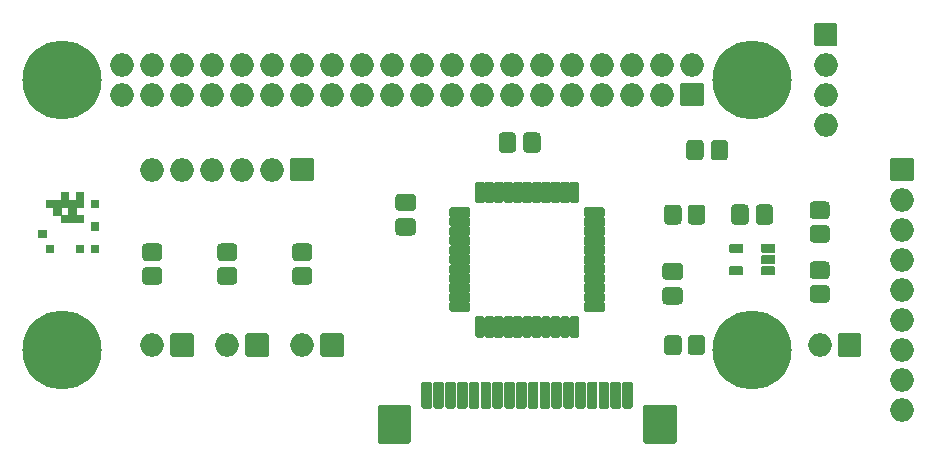
<source format=gbr>
%TF.GenerationSoftware,KiCad,Pcbnew,(5.1.9)-1*%
%TF.CreationDate,2021-05-22T07:15:07+01:00*%
%TF.ProjectId,RGBtoHDMI Amiga Denise CPLD FFC,52474274-6f48-4444-9d49-20416d696761,rev?*%
%TF.SameCoordinates,Original*%
%TF.FileFunction,Soldermask,Top*%
%TF.FilePolarity,Negative*%
%FSLAX46Y46*%
G04 Gerber Fmt 4.6, Leading zero omitted, Abs format (unit mm)*
G04 Created by KiCad (PCBNEW (5.1.9)-1) date 2021-05-22 07:15:07*
%MOMM*%
%LPD*%
G01*
G04 APERTURE LIST*
%ADD10C,0.100000*%
%ADD11C,1.100000*%
%ADD12C,6.700000*%
%ADD13O,2.000000X2.000000*%
G04 APERTURE END LIST*
D10*
%TO.C,solarmon*%
G36*
X110363000Y-86360000D02*
G01*
X109728000Y-86360000D01*
X109728000Y-85725000D01*
X110363000Y-85725000D01*
X110363000Y-86360000D01*
G37*
X110363000Y-86360000D02*
X109728000Y-86360000D01*
X109728000Y-85725000D01*
X110363000Y-85725000D01*
X110363000Y-86360000D01*
G36*
X110363000Y-86995000D02*
G01*
X109728000Y-86995000D01*
X109728000Y-86360000D01*
X110363000Y-86360000D01*
X110363000Y-86995000D01*
G37*
X110363000Y-86995000D02*
X109728000Y-86995000D01*
X109728000Y-86360000D01*
X110363000Y-86360000D01*
X110363000Y-86995000D01*
G36*
X110998000Y-86995000D02*
G01*
X110363000Y-86995000D01*
X110363000Y-86360000D01*
X110998000Y-86360000D01*
X110998000Y-86995000D01*
G37*
X110998000Y-86995000D02*
X110363000Y-86995000D01*
X110363000Y-86360000D01*
X110998000Y-86360000D01*
X110998000Y-86995000D01*
G36*
X109728000Y-86995000D02*
G01*
X109093000Y-86995000D01*
X109093000Y-86360000D01*
X109728000Y-86360000D01*
X109728000Y-86995000D01*
G37*
X109728000Y-86995000D02*
X109093000Y-86995000D01*
X109093000Y-86360000D01*
X109728000Y-86360000D01*
X109728000Y-86995000D01*
G36*
X109093000Y-86360000D02*
G01*
X108458000Y-86360000D01*
X108458000Y-85725000D01*
X109093000Y-85725000D01*
X109093000Y-86360000D01*
G37*
X109093000Y-86360000D02*
X108458000Y-86360000D01*
X108458000Y-85725000D01*
X109093000Y-85725000D01*
X109093000Y-86360000D01*
G36*
X112268000Y-85725000D02*
G01*
X111633000Y-85725000D01*
X111633000Y-85090000D01*
X112268000Y-85090000D01*
X112268000Y-85725000D01*
G37*
X112268000Y-85725000D02*
X111633000Y-85725000D01*
X111633000Y-85090000D01*
X112268000Y-85090000D01*
X112268000Y-85725000D01*
G36*
X112268000Y-89535000D02*
G01*
X111633000Y-89535000D01*
X111633000Y-88900000D01*
X112268000Y-88900000D01*
X112268000Y-89535000D01*
G37*
X112268000Y-89535000D02*
X111633000Y-89535000D01*
X111633000Y-88900000D01*
X112268000Y-88900000D01*
X112268000Y-89535000D01*
G36*
X110998000Y-85090000D02*
G01*
X110363000Y-85090000D01*
X110363000Y-84455000D01*
X110998000Y-84455000D01*
X110998000Y-85090000D01*
G37*
X110998000Y-85090000D02*
X110363000Y-85090000D01*
X110363000Y-84455000D01*
X110998000Y-84455000D01*
X110998000Y-85090000D01*
G36*
X110998000Y-85725000D02*
G01*
X110363000Y-85725000D01*
X110363000Y-85090000D01*
X110998000Y-85090000D01*
X110998000Y-85725000D01*
G37*
X110998000Y-85725000D02*
X110363000Y-85725000D01*
X110363000Y-85090000D01*
X110998000Y-85090000D01*
X110998000Y-85725000D01*
G36*
X110363000Y-85725000D02*
G01*
X109728000Y-85725000D01*
X109728000Y-85090000D01*
X110363000Y-85090000D01*
X110363000Y-85725000D01*
G37*
X110363000Y-85725000D02*
X109728000Y-85725000D01*
X109728000Y-85090000D01*
X110363000Y-85090000D01*
X110363000Y-85725000D01*
G36*
X109728000Y-85725000D02*
G01*
X109093000Y-85725000D01*
X109093000Y-85090000D01*
X109728000Y-85090000D01*
X109728000Y-85725000D01*
G37*
X109728000Y-85725000D02*
X109093000Y-85725000D01*
X109093000Y-85090000D01*
X109728000Y-85090000D01*
X109728000Y-85725000D01*
G36*
X109728000Y-85090000D02*
G01*
X109093000Y-85090000D01*
X109093000Y-84455000D01*
X109728000Y-84455000D01*
X109728000Y-85090000D01*
G37*
X109728000Y-85090000D02*
X109093000Y-85090000D01*
X109093000Y-84455000D01*
X109728000Y-84455000D01*
X109728000Y-85090000D01*
G36*
X109093000Y-85725000D02*
G01*
X108458000Y-85725000D01*
X108458000Y-85090000D01*
X109093000Y-85090000D01*
X109093000Y-85725000D01*
G37*
X109093000Y-85725000D02*
X108458000Y-85725000D01*
X108458000Y-85090000D01*
X109093000Y-85090000D01*
X109093000Y-85725000D01*
G36*
X108458000Y-85725000D02*
G01*
X107823000Y-85725000D01*
X107823000Y-85090000D01*
X108458000Y-85090000D01*
X108458000Y-85725000D01*
G37*
X108458000Y-85725000D02*
X107823000Y-85725000D01*
X107823000Y-85090000D01*
X108458000Y-85090000D01*
X108458000Y-85725000D01*
G36*
X107823000Y-88265000D02*
G01*
X107188000Y-88265000D01*
X107188000Y-87630000D01*
X107823000Y-87630000D01*
X107823000Y-88265000D01*
G37*
X107823000Y-88265000D02*
X107188000Y-88265000D01*
X107188000Y-87630000D01*
X107823000Y-87630000D01*
X107823000Y-88265000D01*
G36*
X108458000Y-89535000D02*
G01*
X107823000Y-89535000D01*
X107823000Y-88900000D01*
X108458000Y-88900000D01*
X108458000Y-89535000D01*
G37*
X108458000Y-89535000D02*
X107823000Y-89535000D01*
X107823000Y-88900000D01*
X108458000Y-88900000D01*
X108458000Y-89535000D01*
G36*
X110998000Y-89535000D02*
G01*
X110363000Y-89535000D01*
X110363000Y-88900000D01*
X110998000Y-88900000D01*
X110998000Y-89535000D01*
G37*
X110998000Y-89535000D02*
X110363000Y-89535000D01*
X110363000Y-88900000D01*
X110998000Y-88900000D01*
X110998000Y-89535000D01*
G36*
X112268000Y-87630000D02*
G01*
X111633000Y-87630000D01*
X111633000Y-86995000D01*
X112268000Y-86995000D01*
X112268000Y-87630000D01*
G37*
X112268000Y-87630000D02*
X111633000Y-87630000D01*
X111633000Y-86995000D01*
X112268000Y-86995000D01*
X112268000Y-87630000D01*
%TD*%
%TO.C,FFC18*%
G36*
G01*
X135940000Y-105595000D02*
X135940000Y-102595000D01*
G75*
G02*
X136090000Y-102445000I150000J0D01*
G01*
X138590000Y-102445000D01*
G75*
G02*
X138740000Y-102595000I0J-150000D01*
G01*
X138740000Y-105595000D01*
G75*
G02*
X138590000Y-105745000I-150000J0D01*
G01*
X136090000Y-105745000D01*
G75*
G02*
X135940000Y-105595000I0J150000D01*
G01*
G37*
G36*
G01*
X158440000Y-105595000D02*
X158440000Y-102595000D01*
G75*
G02*
X158590000Y-102445000I150000J0D01*
G01*
X161090000Y-102445000D01*
G75*
G02*
X161240000Y-102595000I0J-150000D01*
G01*
X161240000Y-105595000D01*
G75*
G02*
X161090000Y-105745000I-150000J0D01*
G01*
X158590000Y-105745000D01*
G75*
G02*
X158440000Y-105595000I0J150000D01*
G01*
G37*
G36*
G01*
X156640000Y-102645000D02*
X156640000Y-100645000D01*
G75*
G02*
X156790000Y-100495000I150000J0D01*
G01*
X157390000Y-100495000D01*
G75*
G02*
X157540000Y-100645000I0J-150000D01*
G01*
X157540000Y-102645000D01*
G75*
G02*
X157390000Y-102795000I-150000J0D01*
G01*
X156790000Y-102795000D01*
G75*
G02*
X156640000Y-102645000I0J150000D01*
G01*
G37*
G36*
G01*
X155640000Y-102645000D02*
X155640000Y-100645000D01*
G75*
G02*
X155790000Y-100495000I150000J0D01*
G01*
X156390000Y-100495000D01*
G75*
G02*
X156540000Y-100645000I0J-150000D01*
G01*
X156540000Y-102645000D01*
G75*
G02*
X156390000Y-102795000I-150000J0D01*
G01*
X155790000Y-102795000D01*
G75*
G02*
X155640000Y-102645000I0J150000D01*
G01*
G37*
G36*
G01*
X154640000Y-102645000D02*
X154640000Y-100645000D01*
G75*
G02*
X154790000Y-100495000I150000J0D01*
G01*
X155390000Y-100495000D01*
G75*
G02*
X155540000Y-100645000I0J-150000D01*
G01*
X155540000Y-102645000D01*
G75*
G02*
X155390000Y-102795000I-150000J0D01*
G01*
X154790000Y-102795000D01*
G75*
G02*
X154640000Y-102645000I0J150000D01*
G01*
G37*
G36*
G01*
X153640000Y-102645000D02*
X153640000Y-100645000D01*
G75*
G02*
X153790000Y-100495000I150000J0D01*
G01*
X154390000Y-100495000D01*
G75*
G02*
X154540000Y-100645000I0J-150000D01*
G01*
X154540000Y-102645000D01*
G75*
G02*
X154390000Y-102795000I-150000J0D01*
G01*
X153790000Y-102795000D01*
G75*
G02*
X153640000Y-102645000I0J150000D01*
G01*
G37*
G36*
G01*
X152640000Y-102645000D02*
X152640000Y-100645000D01*
G75*
G02*
X152790000Y-100495000I150000J0D01*
G01*
X153390000Y-100495000D01*
G75*
G02*
X153540000Y-100645000I0J-150000D01*
G01*
X153540000Y-102645000D01*
G75*
G02*
X153390000Y-102795000I-150000J0D01*
G01*
X152790000Y-102795000D01*
G75*
G02*
X152640000Y-102645000I0J150000D01*
G01*
G37*
G36*
G01*
X151640000Y-102645000D02*
X151640000Y-100645000D01*
G75*
G02*
X151790000Y-100495000I150000J0D01*
G01*
X152390000Y-100495000D01*
G75*
G02*
X152540000Y-100645000I0J-150000D01*
G01*
X152540000Y-102645000D01*
G75*
G02*
X152390000Y-102795000I-150000J0D01*
G01*
X151790000Y-102795000D01*
G75*
G02*
X151640000Y-102645000I0J150000D01*
G01*
G37*
G36*
G01*
X150640000Y-102645000D02*
X150640000Y-100645000D01*
G75*
G02*
X150790000Y-100495000I150000J0D01*
G01*
X151390000Y-100495000D01*
G75*
G02*
X151540000Y-100645000I0J-150000D01*
G01*
X151540000Y-102645000D01*
G75*
G02*
X151390000Y-102795000I-150000J0D01*
G01*
X150790000Y-102795000D01*
G75*
G02*
X150640000Y-102645000I0J150000D01*
G01*
G37*
G36*
G01*
X149640000Y-102645000D02*
X149640000Y-100645000D01*
G75*
G02*
X149790000Y-100495000I150000J0D01*
G01*
X150390000Y-100495000D01*
G75*
G02*
X150540000Y-100645000I0J-150000D01*
G01*
X150540000Y-102645000D01*
G75*
G02*
X150390000Y-102795000I-150000J0D01*
G01*
X149790000Y-102795000D01*
G75*
G02*
X149640000Y-102645000I0J150000D01*
G01*
G37*
G36*
G01*
X148640000Y-102645000D02*
X148640000Y-100645000D01*
G75*
G02*
X148790000Y-100495000I150000J0D01*
G01*
X149390000Y-100495000D01*
G75*
G02*
X149540000Y-100645000I0J-150000D01*
G01*
X149540000Y-102645000D01*
G75*
G02*
X149390000Y-102795000I-150000J0D01*
G01*
X148790000Y-102795000D01*
G75*
G02*
X148640000Y-102645000I0J150000D01*
G01*
G37*
G36*
G01*
X147640000Y-102645000D02*
X147640000Y-100645000D01*
G75*
G02*
X147790000Y-100495000I150000J0D01*
G01*
X148390000Y-100495000D01*
G75*
G02*
X148540000Y-100645000I0J-150000D01*
G01*
X148540000Y-102645000D01*
G75*
G02*
X148390000Y-102795000I-150000J0D01*
G01*
X147790000Y-102795000D01*
G75*
G02*
X147640000Y-102645000I0J150000D01*
G01*
G37*
G36*
G01*
X146640000Y-102645000D02*
X146640000Y-100645000D01*
G75*
G02*
X146790000Y-100495000I150000J0D01*
G01*
X147390000Y-100495000D01*
G75*
G02*
X147540000Y-100645000I0J-150000D01*
G01*
X147540000Y-102645000D01*
G75*
G02*
X147390000Y-102795000I-150000J0D01*
G01*
X146790000Y-102795000D01*
G75*
G02*
X146640000Y-102645000I0J150000D01*
G01*
G37*
G36*
G01*
X145640000Y-102645000D02*
X145640000Y-100645000D01*
G75*
G02*
X145790000Y-100495000I150000J0D01*
G01*
X146390000Y-100495000D01*
G75*
G02*
X146540000Y-100645000I0J-150000D01*
G01*
X146540000Y-102645000D01*
G75*
G02*
X146390000Y-102795000I-150000J0D01*
G01*
X145790000Y-102795000D01*
G75*
G02*
X145640000Y-102645000I0J150000D01*
G01*
G37*
G36*
G01*
X144640000Y-102645000D02*
X144640000Y-100645000D01*
G75*
G02*
X144790000Y-100495000I150000J0D01*
G01*
X145390000Y-100495000D01*
G75*
G02*
X145540000Y-100645000I0J-150000D01*
G01*
X145540000Y-102645000D01*
G75*
G02*
X145390000Y-102795000I-150000J0D01*
G01*
X144790000Y-102795000D01*
G75*
G02*
X144640000Y-102645000I0J150000D01*
G01*
G37*
G36*
G01*
X143640000Y-102645000D02*
X143640000Y-100645000D01*
G75*
G02*
X143790000Y-100495000I150000J0D01*
G01*
X144390000Y-100495000D01*
G75*
G02*
X144540000Y-100645000I0J-150000D01*
G01*
X144540000Y-102645000D01*
G75*
G02*
X144390000Y-102795000I-150000J0D01*
G01*
X143790000Y-102795000D01*
G75*
G02*
X143640000Y-102645000I0J150000D01*
G01*
G37*
G36*
G01*
X142640000Y-102645000D02*
X142640000Y-100645000D01*
G75*
G02*
X142790000Y-100495000I150000J0D01*
G01*
X143390000Y-100495000D01*
G75*
G02*
X143540000Y-100645000I0J-150000D01*
G01*
X143540000Y-102645000D01*
G75*
G02*
X143390000Y-102795000I-150000J0D01*
G01*
X142790000Y-102795000D01*
G75*
G02*
X142640000Y-102645000I0J150000D01*
G01*
G37*
G36*
G01*
X141640000Y-102645000D02*
X141640000Y-100645000D01*
G75*
G02*
X141790000Y-100495000I150000J0D01*
G01*
X142390000Y-100495000D01*
G75*
G02*
X142540000Y-100645000I0J-150000D01*
G01*
X142540000Y-102645000D01*
G75*
G02*
X142390000Y-102795000I-150000J0D01*
G01*
X141790000Y-102795000D01*
G75*
G02*
X141640000Y-102645000I0J150000D01*
G01*
G37*
G36*
G01*
X140640000Y-102645000D02*
X140640000Y-100645000D01*
G75*
G02*
X140790000Y-100495000I150000J0D01*
G01*
X141390000Y-100495000D01*
G75*
G02*
X141540000Y-100645000I0J-150000D01*
G01*
X141540000Y-102645000D01*
G75*
G02*
X141390000Y-102795000I-150000J0D01*
G01*
X140790000Y-102795000D01*
G75*
G02*
X140640000Y-102645000I0J150000D01*
G01*
G37*
G36*
G01*
X139640000Y-102645000D02*
X139640000Y-100645000D01*
G75*
G02*
X139790000Y-100495000I150000J0D01*
G01*
X140390000Y-100495000D01*
G75*
G02*
X140540000Y-100645000I0J-150000D01*
G01*
X140540000Y-102645000D01*
G75*
G02*
X140390000Y-102795000I-150000J0D01*
G01*
X139790000Y-102795000D01*
G75*
G02*
X139640000Y-102645000I0J150000D01*
G01*
G37*
%TD*%
D11*
%TO.C,H4*%
X169337056Y-96092944D03*
X167640000Y-95390000D03*
X165942944Y-96092944D03*
X165240000Y-97790000D03*
X165942944Y-99487056D03*
X167640000Y-100190000D03*
X169337056Y-99487056D03*
X170040000Y-97790000D03*
D12*
X167640000Y-97790000D03*
%TD*%
D11*
%TO.C,H3*%
X110917056Y-96092944D03*
X109220000Y-95390000D03*
X107522944Y-96092944D03*
X106820000Y-97790000D03*
X107522944Y-99487056D03*
X109220000Y-100190000D03*
X110917056Y-99487056D03*
X111620000Y-97790000D03*
D12*
X109220000Y-97790000D03*
%TD*%
D11*
%TO.C,H2*%
X169337056Y-73232944D03*
X167640000Y-72530000D03*
X165942944Y-73232944D03*
X165240000Y-74930000D03*
X165942944Y-76627056D03*
X167640000Y-77330000D03*
X169337056Y-76627056D03*
X170040000Y-74930000D03*
D12*
X167640000Y-74930000D03*
%TD*%
D11*
%TO.C,H1*%
X110917056Y-73232944D03*
X109220000Y-72530000D03*
X107522944Y-73232944D03*
X106820000Y-74930000D03*
X107522944Y-76627056D03*
X109220000Y-77330000D03*
X110917056Y-76627056D03*
X111620000Y-74930000D03*
D12*
X109220000Y-74930000D03*
%TD*%
D13*
%TO.C,JP1*%
X173355000Y-97409000D03*
G36*
G01*
X175045000Y-96409000D02*
X176745000Y-96409000D01*
G75*
G02*
X176895000Y-96559000I0J-150000D01*
G01*
X176895000Y-98259000D01*
G75*
G02*
X176745000Y-98409000I-150000J0D01*
G01*
X175045000Y-98409000D01*
G75*
G02*
X174895000Y-98259000I0J150000D01*
G01*
X174895000Y-96559000D01*
G75*
G02*
X175045000Y-96409000I150000J0D01*
G01*
G37*
%TD*%
%TO.C,FFOSD1*%
G36*
G01*
X179340000Y-83400000D02*
X179340000Y-81700000D01*
G75*
G02*
X179490000Y-81550000I150000J0D01*
G01*
X181190000Y-81550000D01*
G75*
G02*
X181340000Y-81700000I0J-150000D01*
G01*
X181340000Y-83400000D01*
G75*
G02*
X181190000Y-83550000I-150000J0D01*
G01*
X179490000Y-83550000D01*
G75*
G02*
X179340000Y-83400000I0J150000D01*
G01*
G37*
X180340000Y-85090000D03*
X180340000Y-87630000D03*
X180340000Y-90170000D03*
X180340000Y-92710000D03*
X180340000Y-95250000D03*
X180340000Y-97790000D03*
X180340000Y-100330000D03*
X180340000Y-102870000D03*
%TD*%
%TO.C,P1*%
X173863000Y-78740000D03*
X173863000Y-76200000D03*
X173863000Y-73660000D03*
G36*
G01*
X172863000Y-71970000D02*
X172863000Y-70270000D01*
G75*
G02*
X173013000Y-70120000I150000J0D01*
G01*
X174713000Y-70120000D01*
G75*
G02*
X174863000Y-70270000I0J-150000D01*
G01*
X174863000Y-71970000D01*
G75*
G02*
X174713000Y-72120000I-150000J0D01*
G01*
X173013000Y-72120000D01*
G75*
G02*
X172863000Y-71970000I0J150000D01*
G01*
G37*
%TD*%
%TO.C,R7*%
G36*
G01*
X116302498Y-90801000D02*
X117377502Y-90801000D01*
G75*
G02*
X117690000Y-91113498I0J-312498D01*
G01*
X117690000Y-91988502D01*
G75*
G02*
X117377502Y-92301000I-312498J0D01*
G01*
X116302498Y-92301000D01*
G75*
G02*
X115990000Y-91988502I0J312498D01*
G01*
X115990000Y-91113498D01*
G75*
G02*
X116302498Y-90801000I312498J0D01*
G01*
G37*
G36*
G01*
X116302498Y-88801000D02*
X117377502Y-88801000D01*
G75*
G02*
X117690000Y-89113498I0J-312498D01*
G01*
X117690000Y-89988502D01*
G75*
G02*
X117377502Y-90301000I-312498J0D01*
G01*
X116302498Y-90301000D01*
G75*
G02*
X115990000Y-89988502I0J312498D01*
G01*
X115990000Y-89113498D01*
G75*
G02*
X116302498Y-88801000I312498J0D01*
G01*
G37*
%TD*%
%TO.C,R6*%
G36*
G01*
X122652498Y-90801000D02*
X123727502Y-90801000D01*
G75*
G02*
X124040000Y-91113498I0J-312498D01*
G01*
X124040000Y-91988502D01*
G75*
G02*
X123727502Y-92301000I-312498J0D01*
G01*
X122652498Y-92301000D01*
G75*
G02*
X122340000Y-91988502I0J312498D01*
G01*
X122340000Y-91113498D01*
G75*
G02*
X122652498Y-90801000I312498J0D01*
G01*
G37*
G36*
G01*
X122652498Y-88801000D02*
X123727502Y-88801000D01*
G75*
G02*
X124040000Y-89113498I0J-312498D01*
G01*
X124040000Y-89988502D01*
G75*
G02*
X123727502Y-90301000I-312498J0D01*
G01*
X122652498Y-90301000D01*
G75*
G02*
X122340000Y-89988502I0J312498D01*
G01*
X122340000Y-89113498D01*
G75*
G02*
X122652498Y-88801000I312498J0D01*
G01*
G37*
%TD*%
%TO.C,BT3*%
X116840000Y-97409000D03*
G36*
G01*
X118530000Y-96409000D02*
X120230000Y-96409000D01*
G75*
G02*
X120380000Y-96559000I0J-150000D01*
G01*
X120380000Y-98259000D01*
G75*
G02*
X120230000Y-98409000I-150000J0D01*
G01*
X118530000Y-98409000D01*
G75*
G02*
X118380000Y-98259000I0J150000D01*
G01*
X118380000Y-96559000D01*
G75*
G02*
X118530000Y-96409000I150000J0D01*
G01*
G37*
%TD*%
%TO.C,BT2*%
X123190000Y-97409000D03*
G36*
G01*
X124880000Y-96409000D02*
X126580000Y-96409000D01*
G75*
G02*
X126730000Y-96559000I0J-150000D01*
G01*
X126730000Y-98259000D01*
G75*
G02*
X126580000Y-98409000I-150000J0D01*
G01*
X124880000Y-98409000D01*
G75*
G02*
X124730000Y-98259000I0J150000D01*
G01*
X124730000Y-96559000D01*
G75*
G02*
X124880000Y-96409000I150000J0D01*
G01*
G37*
%TD*%
%TO.C,C5*%
G36*
G01*
X167940000Y-86921171D02*
X167940000Y-85798829D01*
G75*
G02*
X168253829Y-85485000I313829J0D01*
G01*
X169101171Y-85485000D01*
G75*
G02*
X169415000Y-85798829I0J-313829D01*
G01*
X169415000Y-86921171D01*
G75*
G02*
X169101171Y-87235000I-313829J0D01*
G01*
X168253829Y-87235000D01*
G75*
G02*
X167940000Y-86921171I0J313829D01*
G01*
G37*
G36*
G01*
X165865000Y-86921171D02*
X165865000Y-85798829D01*
G75*
G02*
X166178829Y-85485000I313829J0D01*
G01*
X167026171Y-85485000D01*
G75*
G02*
X167340000Y-85798829I0J-313829D01*
G01*
X167340000Y-86921171D01*
G75*
G02*
X167026171Y-87235000I-313829J0D01*
G01*
X166178829Y-87235000D01*
G75*
G02*
X165865000Y-86921171I0J313829D01*
G01*
G37*
%TD*%
%TO.C,U2*%
G36*
G01*
X169515000Y-91490000D02*
X168465000Y-91490000D01*
G75*
G02*
X168395000Y-91420000I0J70000D01*
G01*
X168395000Y-90820000D01*
G75*
G02*
X168465000Y-90750000I70000J0D01*
G01*
X169515000Y-90750000D01*
G75*
G02*
X169585000Y-90820000I0J-70000D01*
G01*
X169585000Y-91420000D01*
G75*
G02*
X169515000Y-91490000I-70000J0D01*
G01*
G37*
G36*
G01*
X169515000Y-90540000D02*
X168465000Y-90540000D01*
G75*
G02*
X168395000Y-90470000I0J70000D01*
G01*
X168395000Y-89870000D01*
G75*
G02*
X168465000Y-89800000I70000J0D01*
G01*
X169515000Y-89800000D01*
G75*
G02*
X169585000Y-89870000I0J-70000D01*
G01*
X169585000Y-90470000D01*
G75*
G02*
X169515000Y-90540000I-70000J0D01*
G01*
G37*
G36*
G01*
X169515000Y-89590000D02*
X168465000Y-89590000D01*
G75*
G02*
X168395000Y-89520000I0J70000D01*
G01*
X168395000Y-88920000D01*
G75*
G02*
X168465000Y-88850000I70000J0D01*
G01*
X169515000Y-88850000D01*
G75*
G02*
X169585000Y-88920000I0J-70000D01*
G01*
X169585000Y-89520000D01*
G75*
G02*
X169515000Y-89590000I-70000J0D01*
G01*
G37*
G36*
G01*
X166815000Y-89590000D02*
X165765000Y-89590000D01*
G75*
G02*
X165695000Y-89520000I0J70000D01*
G01*
X165695000Y-88920000D01*
G75*
G02*
X165765000Y-88850000I70000J0D01*
G01*
X166815000Y-88850000D01*
G75*
G02*
X166885000Y-88920000I0J-70000D01*
G01*
X166885000Y-89520000D01*
G75*
G02*
X166815000Y-89590000I-70000J0D01*
G01*
G37*
G36*
G01*
X166815000Y-91490000D02*
X165765000Y-91490000D01*
G75*
G02*
X165695000Y-91420000I0J70000D01*
G01*
X165695000Y-90820000D01*
G75*
G02*
X165765000Y-90750000I70000J0D01*
G01*
X166815000Y-90750000D01*
G75*
G02*
X166885000Y-90820000I0J-70000D01*
G01*
X166885000Y-91420000D01*
G75*
G02*
X166815000Y-91490000I-70000J0D01*
G01*
G37*
%TD*%
%TO.C,R5*%
G36*
G01*
X172817498Y-92325000D02*
X173892502Y-92325000D01*
G75*
G02*
X174205000Y-92637498I0J-312498D01*
G01*
X174205000Y-93512502D01*
G75*
G02*
X173892502Y-93825000I-312498J0D01*
G01*
X172817498Y-93825000D01*
G75*
G02*
X172505000Y-93512502I0J312498D01*
G01*
X172505000Y-92637498D01*
G75*
G02*
X172817498Y-92325000I312498J0D01*
G01*
G37*
G36*
G01*
X172817498Y-90325000D02*
X173892502Y-90325000D01*
G75*
G02*
X174205000Y-90637498I0J-312498D01*
G01*
X174205000Y-91512502D01*
G75*
G02*
X173892502Y-91825000I-312498J0D01*
G01*
X172817498Y-91825000D01*
G75*
G02*
X172505000Y-91512502I0J312498D01*
G01*
X172505000Y-90637498D01*
G75*
G02*
X172817498Y-90325000I312498J0D01*
G01*
G37*
%TD*%
%TO.C,R4*%
G36*
G01*
X172817498Y-87245000D02*
X173892502Y-87245000D01*
G75*
G02*
X174205000Y-87557498I0J-312498D01*
G01*
X174205000Y-88432502D01*
G75*
G02*
X173892502Y-88745000I-312498J0D01*
G01*
X172817498Y-88745000D01*
G75*
G02*
X172505000Y-88432502I0J312498D01*
G01*
X172505000Y-87557498D01*
G75*
G02*
X172817498Y-87245000I312498J0D01*
G01*
G37*
G36*
G01*
X172817498Y-85245000D02*
X173892502Y-85245000D01*
G75*
G02*
X174205000Y-85557498I0J-312498D01*
G01*
X174205000Y-86432502D01*
G75*
G02*
X173892502Y-86745000I-312498J0D01*
G01*
X172817498Y-86745000D01*
G75*
G02*
X172505000Y-86432502I0J312498D01*
G01*
X172505000Y-85557498D01*
G75*
G02*
X172817498Y-85245000I312498J0D01*
G01*
G37*
%TD*%
%TO.C,JTAG1*%
X116840000Y-82550000D03*
X119380000Y-82550000D03*
X121920000Y-82550000D03*
X124460000Y-82550000D03*
X127000000Y-82550000D03*
G36*
G01*
X128690000Y-81550000D02*
X130390000Y-81550000D01*
G75*
G02*
X130540000Y-81700000I0J-150000D01*
G01*
X130540000Y-83400000D01*
G75*
G02*
X130390000Y-83550000I-150000J0D01*
G01*
X128690000Y-83550000D01*
G75*
G02*
X128540000Y-83400000I0J150000D01*
G01*
X128540000Y-81700000D01*
G75*
G02*
X128690000Y-81550000I150000J0D01*
G01*
G37*
%TD*%
%TO.C,C1*%
G36*
G01*
X164130000Y-81460171D02*
X164130000Y-80337829D01*
G75*
G02*
X164443829Y-80024000I313829J0D01*
G01*
X165291171Y-80024000D01*
G75*
G02*
X165605000Y-80337829I0J-313829D01*
G01*
X165605000Y-81460171D01*
G75*
G02*
X165291171Y-81774000I-313829J0D01*
G01*
X164443829Y-81774000D01*
G75*
G02*
X164130000Y-81460171I0J313829D01*
G01*
G37*
G36*
G01*
X162055000Y-81460171D02*
X162055000Y-80337829D01*
G75*
G02*
X162368829Y-80024000I313829J0D01*
G01*
X163216171Y-80024000D01*
G75*
G02*
X163530000Y-80337829I0J-313829D01*
G01*
X163530000Y-81460171D01*
G75*
G02*
X163216171Y-81774000I-313829J0D01*
G01*
X162368829Y-81774000D01*
G75*
G02*
X162055000Y-81460171I0J313829D01*
G01*
G37*
%TD*%
%TO.C,R3*%
G36*
G01*
X162175000Y-86897502D02*
X162175000Y-85822498D01*
G75*
G02*
X162487498Y-85510000I312498J0D01*
G01*
X163362502Y-85510000D01*
G75*
G02*
X163675000Y-85822498I0J-312498D01*
G01*
X163675000Y-86897502D01*
G75*
G02*
X163362502Y-87210000I-312498J0D01*
G01*
X162487498Y-87210000D01*
G75*
G02*
X162175000Y-86897502I0J312498D01*
G01*
G37*
G36*
G01*
X160175000Y-86897502D02*
X160175000Y-85822498D01*
G75*
G02*
X160487498Y-85510000I312498J0D01*
G01*
X161362502Y-85510000D01*
G75*
G02*
X161675000Y-85822498I0J-312498D01*
G01*
X161675000Y-86897502D01*
G75*
G02*
X161362502Y-87210000I-312498J0D01*
G01*
X160487498Y-87210000D01*
G75*
G02*
X160175000Y-86897502I0J312498D01*
G01*
G37*
%TD*%
%TO.C,R2*%
G36*
G01*
X162175000Y-97946502D02*
X162175000Y-96871498D01*
G75*
G02*
X162487498Y-96559000I312498J0D01*
G01*
X163362502Y-96559000D01*
G75*
G02*
X163675000Y-96871498I0J-312498D01*
G01*
X163675000Y-97946502D01*
G75*
G02*
X163362502Y-98259000I-312498J0D01*
G01*
X162487498Y-98259000D01*
G75*
G02*
X162175000Y-97946502I0J312498D01*
G01*
G37*
G36*
G01*
X160175000Y-97946502D02*
X160175000Y-96871498D01*
G75*
G02*
X160487498Y-96559000I312498J0D01*
G01*
X161362502Y-96559000D01*
G75*
G02*
X161675000Y-96871498I0J-312498D01*
G01*
X161675000Y-97946502D01*
G75*
G02*
X161362502Y-98259000I-312498J0D01*
G01*
X160487498Y-98259000D01*
G75*
G02*
X160175000Y-97946502I0J312498D01*
G01*
G37*
%TD*%
%TO.C,R1*%
G36*
G01*
X129002498Y-90801000D02*
X130077502Y-90801000D01*
G75*
G02*
X130390000Y-91113498I0J-312498D01*
G01*
X130390000Y-91988502D01*
G75*
G02*
X130077502Y-92301000I-312498J0D01*
G01*
X129002498Y-92301000D01*
G75*
G02*
X128690000Y-91988502I0J312498D01*
G01*
X128690000Y-91113498D01*
G75*
G02*
X129002498Y-90801000I312498J0D01*
G01*
G37*
G36*
G01*
X129002498Y-88801000D02*
X130077502Y-88801000D01*
G75*
G02*
X130390000Y-89113498I0J-312498D01*
G01*
X130390000Y-89988502D01*
G75*
G02*
X130077502Y-90301000I-312498J0D01*
G01*
X129002498Y-90301000D01*
G75*
G02*
X128690000Y-89988502I0J312498D01*
G01*
X128690000Y-89113498D01*
G75*
G02*
X129002498Y-88801000I312498J0D01*
G01*
G37*
%TD*%
%TO.C,C4*%
G36*
G01*
X138864171Y-86060000D02*
X137741829Y-86060000D01*
G75*
G02*
X137428000Y-85746171I0J313829D01*
G01*
X137428000Y-84898829D01*
G75*
G02*
X137741829Y-84585000I313829J0D01*
G01*
X138864171Y-84585000D01*
G75*
G02*
X139178000Y-84898829I0J-313829D01*
G01*
X139178000Y-85746171D01*
G75*
G02*
X138864171Y-86060000I-313829J0D01*
G01*
G37*
G36*
G01*
X138864171Y-88135000D02*
X137741829Y-88135000D01*
G75*
G02*
X137428000Y-87821171I0J313829D01*
G01*
X137428000Y-86973829D01*
G75*
G02*
X137741829Y-86660000I313829J0D01*
G01*
X138864171Y-86660000D01*
G75*
G02*
X139178000Y-86973829I0J-313829D01*
G01*
X139178000Y-87821171D01*
G75*
G02*
X138864171Y-88135000I-313829J0D01*
G01*
G37*
%TD*%
%TO.C,C3*%
G36*
G01*
X160347829Y-92502000D02*
X161470171Y-92502000D01*
G75*
G02*
X161784000Y-92815829I0J-313829D01*
G01*
X161784000Y-93663171D01*
G75*
G02*
X161470171Y-93977000I-313829J0D01*
G01*
X160347829Y-93977000D01*
G75*
G02*
X160034000Y-93663171I0J313829D01*
G01*
X160034000Y-92815829D01*
G75*
G02*
X160347829Y-92502000I313829J0D01*
G01*
G37*
G36*
G01*
X160347829Y-90427000D02*
X161470171Y-90427000D01*
G75*
G02*
X161784000Y-90740829I0J-313829D01*
G01*
X161784000Y-91588171D01*
G75*
G02*
X161470171Y-91902000I-313829J0D01*
G01*
X160347829Y-91902000D01*
G75*
G02*
X160034000Y-91588171I0J313829D01*
G01*
X160034000Y-90740829D01*
G75*
G02*
X160347829Y-90427000I313829J0D01*
G01*
G37*
%TD*%
%TO.C,C2*%
G36*
G01*
X147655000Y-79702829D02*
X147655000Y-80825171D01*
G75*
G02*
X147341171Y-81139000I-313829J0D01*
G01*
X146493829Y-81139000D01*
G75*
G02*
X146180000Y-80825171I0J313829D01*
G01*
X146180000Y-79702829D01*
G75*
G02*
X146493829Y-79389000I313829J0D01*
G01*
X147341171Y-79389000D01*
G75*
G02*
X147655000Y-79702829I0J-313829D01*
G01*
G37*
G36*
G01*
X149730000Y-79702829D02*
X149730000Y-80825171D01*
G75*
G02*
X149416171Y-81139000I-313829J0D01*
G01*
X148568829Y-81139000D01*
G75*
G02*
X148255000Y-80825171I0J313829D01*
G01*
X148255000Y-79702829D01*
G75*
G02*
X148568829Y-79389000I313829J0D01*
G01*
X149416171Y-79389000D01*
G75*
G02*
X149730000Y-79702829I0J-313829D01*
G01*
G37*
%TD*%
%TO.C,U1*%
G36*
G01*
X143790000Y-93895000D02*
X143790000Y-94445000D01*
G75*
G02*
X143640000Y-94595000I-150000J0D01*
G01*
X142140000Y-94595000D01*
G75*
G02*
X141990000Y-94445000I0J150000D01*
G01*
X141990000Y-93895000D01*
G75*
G02*
X142140000Y-93745000I150000J0D01*
G01*
X143640000Y-93745000D01*
G75*
G02*
X143790000Y-93895000I0J-150000D01*
G01*
G37*
G36*
G01*
X143790000Y-93095000D02*
X143790000Y-93645000D01*
G75*
G02*
X143640000Y-93795000I-150000J0D01*
G01*
X142140000Y-93795000D01*
G75*
G02*
X141990000Y-93645000I0J150000D01*
G01*
X141990000Y-93095000D01*
G75*
G02*
X142140000Y-92945000I150000J0D01*
G01*
X143640000Y-92945000D01*
G75*
G02*
X143790000Y-93095000I0J-150000D01*
G01*
G37*
G36*
G01*
X143790000Y-92295000D02*
X143790000Y-92845000D01*
G75*
G02*
X143640000Y-92995000I-150000J0D01*
G01*
X142140000Y-92995000D01*
G75*
G02*
X141990000Y-92845000I0J150000D01*
G01*
X141990000Y-92295000D01*
G75*
G02*
X142140000Y-92145000I150000J0D01*
G01*
X143640000Y-92145000D01*
G75*
G02*
X143790000Y-92295000I0J-150000D01*
G01*
G37*
G36*
G01*
X143790000Y-91495000D02*
X143790000Y-92045000D01*
G75*
G02*
X143640000Y-92195000I-150000J0D01*
G01*
X142140000Y-92195000D01*
G75*
G02*
X141990000Y-92045000I0J150000D01*
G01*
X141990000Y-91495000D01*
G75*
G02*
X142140000Y-91345000I150000J0D01*
G01*
X143640000Y-91345000D01*
G75*
G02*
X143790000Y-91495000I0J-150000D01*
G01*
G37*
G36*
G01*
X143790000Y-90695000D02*
X143790000Y-91245000D01*
G75*
G02*
X143640000Y-91395000I-150000J0D01*
G01*
X142140000Y-91395000D01*
G75*
G02*
X141990000Y-91245000I0J150000D01*
G01*
X141990000Y-90695000D01*
G75*
G02*
X142140000Y-90545000I150000J0D01*
G01*
X143640000Y-90545000D01*
G75*
G02*
X143790000Y-90695000I0J-150000D01*
G01*
G37*
G36*
G01*
X143790000Y-89895000D02*
X143790000Y-90445000D01*
G75*
G02*
X143640000Y-90595000I-150000J0D01*
G01*
X142140000Y-90595000D01*
G75*
G02*
X141990000Y-90445000I0J150000D01*
G01*
X141990000Y-89895000D01*
G75*
G02*
X142140000Y-89745000I150000J0D01*
G01*
X143640000Y-89745000D01*
G75*
G02*
X143790000Y-89895000I0J-150000D01*
G01*
G37*
G36*
G01*
X143790000Y-89095000D02*
X143790000Y-89645000D01*
G75*
G02*
X143640000Y-89795000I-150000J0D01*
G01*
X142140000Y-89795000D01*
G75*
G02*
X141990000Y-89645000I0J150000D01*
G01*
X141990000Y-89095000D01*
G75*
G02*
X142140000Y-88945000I150000J0D01*
G01*
X143640000Y-88945000D01*
G75*
G02*
X143790000Y-89095000I0J-150000D01*
G01*
G37*
G36*
G01*
X143790000Y-88295000D02*
X143790000Y-88845000D01*
G75*
G02*
X143640000Y-88995000I-150000J0D01*
G01*
X142140000Y-88995000D01*
G75*
G02*
X141990000Y-88845000I0J150000D01*
G01*
X141990000Y-88295000D01*
G75*
G02*
X142140000Y-88145000I150000J0D01*
G01*
X143640000Y-88145000D01*
G75*
G02*
X143790000Y-88295000I0J-150000D01*
G01*
G37*
G36*
G01*
X143790000Y-87495000D02*
X143790000Y-88045000D01*
G75*
G02*
X143640000Y-88195000I-150000J0D01*
G01*
X142140000Y-88195000D01*
G75*
G02*
X141990000Y-88045000I0J150000D01*
G01*
X141990000Y-87495000D01*
G75*
G02*
X142140000Y-87345000I150000J0D01*
G01*
X143640000Y-87345000D01*
G75*
G02*
X143790000Y-87495000I0J-150000D01*
G01*
G37*
G36*
G01*
X143790000Y-86695000D02*
X143790000Y-87245000D01*
G75*
G02*
X143640000Y-87395000I-150000J0D01*
G01*
X142140000Y-87395000D01*
G75*
G02*
X141990000Y-87245000I0J150000D01*
G01*
X141990000Y-86695000D01*
G75*
G02*
X142140000Y-86545000I150000J0D01*
G01*
X143640000Y-86545000D01*
G75*
G02*
X143790000Y-86695000I0J-150000D01*
G01*
G37*
G36*
G01*
X143790000Y-85895000D02*
X143790000Y-86445000D01*
G75*
G02*
X143640000Y-86595000I-150000J0D01*
G01*
X142140000Y-86595000D01*
G75*
G02*
X141990000Y-86445000I0J150000D01*
G01*
X141990000Y-85895000D01*
G75*
G02*
X142140000Y-85745000I150000J0D01*
G01*
X143640000Y-85745000D01*
G75*
G02*
X143790000Y-85895000I0J-150000D01*
G01*
G37*
G36*
G01*
X144865000Y-85370000D02*
X144315000Y-85370000D01*
G75*
G02*
X144165000Y-85220000I0J150000D01*
G01*
X144165000Y-83720000D01*
G75*
G02*
X144315000Y-83570000I150000J0D01*
G01*
X144865000Y-83570000D01*
G75*
G02*
X145015000Y-83720000I0J-150000D01*
G01*
X145015000Y-85220000D01*
G75*
G02*
X144865000Y-85370000I-150000J0D01*
G01*
G37*
G36*
G01*
X145665000Y-85370000D02*
X145115000Y-85370000D01*
G75*
G02*
X144965000Y-85220000I0J150000D01*
G01*
X144965000Y-83720000D01*
G75*
G02*
X145115000Y-83570000I150000J0D01*
G01*
X145665000Y-83570000D01*
G75*
G02*
X145815000Y-83720000I0J-150000D01*
G01*
X145815000Y-85220000D01*
G75*
G02*
X145665000Y-85370000I-150000J0D01*
G01*
G37*
G36*
G01*
X146465000Y-85370000D02*
X145915000Y-85370000D01*
G75*
G02*
X145765000Y-85220000I0J150000D01*
G01*
X145765000Y-83720000D01*
G75*
G02*
X145915000Y-83570000I150000J0D01*
G01*
X146465000Y-83570000D01*
G75*
G02*
X146615000Y-83720000I0J-150000D01*
G01*
X146615000Y-85220000D01*
G75*
G02*
X146465000Y-85370000I-150000J0D01*
G01*
G37*
G36*
G01*
X147265000Y-85370000D02*
X146715000Y-85370000D01*
G75*
G02*
X146565000Y-85220000I0J150000D01*
G01*
X146565000Y-83720000D01*
G75*
G02*
X146715000Y-83570000I150000J0D01*
G01*
X147265000Y-83570000D01*
G75*
G02*
X147415000Y-83720000I0J-150000D01*
G01*
X147415000Y-85220000D01*
G75*
G02*
X147265000Y-85370000I-150000J0D01*
G01*
G37*
G36*
G01*
X148065000Y-85370000D02*
X147515000Y-85370000D01*
G75*
G02*
X147365000Y-85220000I0J150000D01*
G01*
X147365000Y-83720000D01*
G75*
G02*
X147515000Y-83570000I150000J0D01*
G01*
X148065000Y-83570000D01*
G75*
G02*
X148215000Y-83720000I0J-150000D01*
G01*
X148215000Y-85220000D01*
G75*
G02*
X148065000Y-85370000I-150000J0D01*
G01*
G37*
G36*
G01*
X148865000Y-85370000D02*
X148315000Y-85370000D01*
G75*
G02*
X148165000Y-85220000I0J150000D01*
G01*
X148165000Y-83720000D01*
G75*
G02*
X148315000Y-83570000I150000J0D01*
G01*
X148865000Y-83570000D01*
G75*
G02*
X149015000Y-83720000I0J-150000D01*
G01*
X149015000Y-85220000D01*
G75*
G02*
X148865000Y-85370000I-150000J0D01*
G01*
G37*
G36*
G01*
X149665000Y-85370000D02*
X149115000Y-85370000D01*
G75*
G02*
X148965000Y-85220000I0J150000D01*
G01*
X148965000Y-83720000D01*
G75*
G02*
X149115000Y-83570000I150000J0D01*
G01*
X149665000Y-83570000D01*
G75*
G02*
X149815000Y-83720000I0J-150000D01*
G01*
X149815000Y-85220000D01*
G75*
G02*
X149665000Y-85370000I-150000J0D01*
G01*
G37*
G36*
G01*
X150465000Y-85370000D02*
X149915000Y-85370000D01*
G75*
G02*
X149765000Y-85220000I0J150000D01*
G01*
X149765000Y-83720000D01*
G75*
G02*
X149915000Y-83570000I150000J0D01*
G01*
X150465000Y-83570000D01*
G75*
G02*
X150615000Y-83720000I0J-150000D01*
G01*
X150615000Y-85220000D01*
G75*
G02*
X150465000Y-85370000I-150000J0D01*
G01*
G37*
G36*
G01*
X151265000Y-85370000D02*
X150715000Y-85370000D01*
G75*
G02*
X150565000Y-85220000I0J150000D01*
G01*
X150565000Y-83720000D01*
G75*
G02*
X150715000Y-83570000I150000J0D01*
G01*
X151265000Y-83570000D01*
G75*
G02*
X151415000Y-83720000I0J-150000D01*
G01*
X151415000Y-85220000D01*
G75*
G02*
X151265000Y-85370000I-150000J0D01*
G01*
G37*
G36*
G01*
X152065000Y-85370000D02*
X151515000Y-85370000D01*
G75*
G02*
X151365000Y-85220000I0J150000D01*
G01*
X151365000Y-83720000D01*
G75*
G02*
X151515000Y-83570000I150000J0D01*
G01*
X152065000Y-83570000D01*
G75*
G02*
X152215000Y-83720000I0J-150000D01*
G01*
X152215000Y-85220000D01*
G75*
G02*
X152065000Y-85370000I-150000J0D01*
G01*
G37*
G36*
G01*
X152865000Y-85370000D02*
X152315000Y-85370000D01*
G75*
G02*
X152165000Y-85220000I0J150000D01*
G01*
X152165000Y-83720000D01*
G75*
G02*
X152315000Y-83570000I150000J0D01*
G01*
X152865000Y-83570000D01*
G75*
G02*
X153015000Y-83720000I0J-150000D01*
G01*
X153015000Y-85220000D01*
G75*
G02*
X152865000Y-85370000I-150000J0D01*
G01*
G37*
G36*
G01*
X155190000Y-85895000D02*
X155190000Y-86445000D01*
G75*
G02*
X155040000Y-86595000I-150000J0D01*
G01*
X153540000Y-86595000D01*
G75*
G02*
X153390000Y-86445000I0J150000D01*
G01*
X153390000Y-85895000D01*
G75*
G02*
X153540000Y-85745000I150000J0D01*
G01*
X155040000Y-85745000D01*
G75*
G02*
X155190000Y-85895000I0J-150000D01*
G01*
G37*
G36*
G01*
X155190000Y-86695000D02*
X155190000Y-87245000D01*
G75*
G02*
X155040000Y-87395000I-150000J0D01*
G01*
X153540000Y-87395000D01*
G75*
G02*
X153390000Y-87245000I0J150000D01*
G01*
X153390000Y-86695000D01*
G75*
G02*
X153540000Y-86545000I150000J0D01*
G01*
X155040000Y-86545000D01*
G75*
G02*
X155190000Y-86695000I0J-150000D01*
G01*
G37*
G36*
G01*
X155190000Y-87495000D02*
X155190000Y-88045000D01*
G75*
G02*
X155040000Y-88195000I-150000J0D01*
G01*
X153540000Y-88195000D01*
G75*
G02*
X153390000Y-88045000I0J150000D01*
G01*
X153390000Y-87495000D01*
G75*
G02*
X153540000Y-87345000I150000J0D01*
G01*
X155040000Y-87345000D01*
G75*
G02*
X155190000Y-87495000I0J-150000D01*
G01*
G37*
G36*
G01*
X155190000Y-88295000D02*
X155190000Y-88845000D01*
G75*
G02*
X155040000Y-88995000I-150000J0D01*
G01*
X153540000Y-88995000D01*
G75*
G02*
X153390000Y-88845000I0J150000D01*
G01*
X153390000Y-88295000D01*
G75*
G02*
X153540000Y-88145000I150000J0D01*
G01*
X155040000Y-88145000D01*
G75*
G02*
X155190000Y-88295000I0J-150000D01*
G01*
G37*
G36*
G01*
X155190000Y-89095000D02*
X155190000Y-89645000D01*
G75*
G02*
X155040000Y-89795000I-150000J0D01*
G01*
X153540000Y-89795000D01*
G75*
G02*
X153390000Y-89645000I0J150000D01*
G01*
X153390000Y-89095000D01*
G75*
G02*
X153540000Y-88945000I150000J0D01*
G01*
X155040000Y-88945000D01*
G75*
G02*
X155190000Y-89095000I0J-150000D01*
G01*
G37*
G36*
G01*
X155190000Y-89895000D02*
X155190000Y-90445000D01*
G75*
G02*
X155040000Y-90595000I-150000J0D01*
G01*
X153540000Y-90595000D01*
G75*
G02*
X153390000Y-90445000I0J150000D01*
G01*
X153390000Y-89895000D01*
G75*
G02*
X153540000Y-89745000I150000J0D01*
G01*
X155040000Y-89745000D01*
G75*
G02*
X155190000Y-89895000I0J-150000D01*
G01*
G37*
G36*
G01*
X155190000Y-90695000D02*
X155190000Y-91245000D01*
G75*
G02*
X155040000Y-91395000I-150000J0D01*
G01*
X153540000Y-91395000D01*
G75*
G02*
X153390000Y-91245000I0J150000D01*
G01*
X153390000Y-90695000D01*
G75*
G02*
X153540000Y-90545000I150000J0D01*
G01*
X155040000Y-90545000D01*
G75*
G02*
X155190000Y-90695000I0J-150000D01*
G01*
G37*
G36*
G01*
X155190000Y-91495000D02*
X155190000Y-92045000D01*
G75*
G02*
X155040000Y-92195000I-150000J0D01*
G01*
X153540000Y-92195000D01*
G75*
G02*
X153390000Y-92045000I0J150000D01*
G01*
X153390000Y-91495000D01*
G75*
G02*
X153540000Y-91345000I150000J0D01*
G01*
X155040000Y-91345000D01*
G75*
G02*
X155190000Y-91495000I0J-150000D01*
G01*
G37*
G36*
G01*
X155190000Y-92295000D02*
X155190000Y-92845000D01*
G75*
G02*
X155040000Y-92995000I-150000J0D01*
G01*
X153540000Y-92995000D01*
G75*
G02*
X153390000Y-92845000I0J150000D01*
G01*
X153390000Y-92295000D01*
G75*
G02*
X153540000Y-92145000I150000J0D01*
G01*
X155040000Y-92145000D01*
G75*
G02*
X155190000Y-92295000I0J-150000D01*
G01*
G37*
G36*
G01*
X155190000Y-93095000D02*
X155190000Y-93645000D01*
G75*
G02*
X155040000Y-93795000I-150000J0D01*
G01*
X153540000Y-93795000D01*
G75*
G02*
X153390000Y-93645000I0J150000D01*
G01*
X153390000Y-93095000D01*
G75*
G02*
X153540000Y-92945000I150000J0D01*
G01*
X155040000Y-92945000D01*
G75*
G02*
X155190000Y-93095000I0J-150000D01*
G01*
G37*
G36*
G01*
X155190000Y-93895000D02*
X155190000Y-94445000D01*
G75*
G02*
X155040000Y-94595000I-150000J0D01*
G01*
X153540000Y-94595000D01*
G75*
G02*
X153390000Y-94445000I0J150000D01*
G01*
X153390000Y-93895000D01*
G75*
G02*
X153540000Y-93745000I150000J0D01*
G01*
X155040000Y-93745000D01*
G75*
G02*
X155190000Y-93895000I0J-150000D01*
G01*
G37*
G36*
G01*
X152865000Y-96770000D02*
X152315000Y-96770000D01*
G75*
G02*
X152165000Y-96620000I0J150000D01*
G01*
X152165000Y-95120000D01*
G75*
G02*
X152315000Y-94970000I150000J0D01*
G01*
X152865000Y-94970000D01*
G75*
G02*
X153015000Y-95120000I0J-150000D01*
G01*
X153015000Y-96620000D01*
G75*
G02*
X152865000Y-96770000I-150000J0D01*
G01*
G37*
G36*
G01*
X152065000Y-96770000D02*
X151515000Y-96770000D01*
G75*
G02*
X151365000Y-96620000I0J150000D01*
G01*
X151365000Y-95120000D01*
G75*
G02*
X151515000Y-94970000I150000J0D01*
G01*
X152065000Y-94970000D01*
G75*
G02*
X152215000Y-95120000I0J-150000D01*
G01*
X152215000Y-96620000D01*
G75*
G02*
X152065000Y-96770000I-150000J0D01*
G01*
G37*
G36*
G01*
X151265000Y-96770000D02*
X150715000Y-96770000D01*
G75*
G02*
X150565000Y-96620000I0J150000D01*
G01*
X150565000Y-95120000D01*
G75*
G02*
X150715000Y-94970000I150000J0D01*
G01*
X151265000Y-94970000D01*
G75*
G02*
X151415000Y-95120000I0J-150000D01*
G01*
X151415000Y-96620000D01*
G75*
G02*
X151265000Y-96770000I-150000J0D01*
G01*
G37*
G36*
G01*
X150465000Y-96770000D02*
X149915000Y-96770000D01*
G75*
G02*
X149765000Y-96620000I0J150000D01*
G01*
X149765000Y-95120000D01*
G75*
G02*
X149915000Y-94970000I150000J0D01*
G01*
X150465000Y-94970000D01*
G75*
G02*
X150615000Y-95120000I0J-150000D01*
G01*
X150615000Y-96620000D01*
G75*
G02*
X150465000Y-96770000I-150000J0D01*
G01*
G37*
G36*
G01*
X149665000Y-96770000D02*
X149115000Y-96770000D01*
G75*
G02*
X148965000Y-96620000I0J150000D01*
G01*
X148965000Y-95120000D01*
G75*
G02*
X149115000Y-94970000I150000J0D01*
G01*
X149665000Y-94970000D01*
G75*
G02*
X149815000Y-95120000I0J-150000D01*
G01*
X149815000Y-96620000D01*
G75*
G02*
X149665000Y-96770000I-150000J0D01*
G01*
G37*
G36*
G01*
X148865000Y-96770000D02*
X148315000Y-96770000D01*
G75*
G02*
X148165000Y-96620000I0J150000D01*
G01*
X148165000Y-95120000D01*
G75*
G02*
X148315000Y-94970000I150000J0D01*
G01*
X148865000Y-94970000D01*
G75*
G02*
X149015000Y-95120000I0J-150000D01*
G01*
X149015000Y-96620000D01*
G75*
G02*
X148865000Y-96770000I-150000J0D01*
G01*
G37*
G36*
G01*
X148065000Y-96770000D02*
X147515000Y-96770000D01*
G75*
G02*
X147365000Y-96620000I0J150000D01*
G01*
X147365000Y-95120000D01*
G75*
G02*
X147515000Y-94970000I150000J0D01*
G01*
X148065000Y-94970000D01*
G75*
G02*
X148215000Y-95120000I0J-150000D01*
G01*
X148215000Y-96620000D01*
G75*
G02*
X148065000Y-96770000I-150000J0D01*
G01*
G37*
G36*
G01*
X147265000Y-96770000D02*
X146715000Y-96770000D01*
G75*
G02*
X146565000Y-96620000I0J150000D01*
G01*
X146565000Y-95120000D01*
G75*
G02*
X146715000Y-94970000I150000J0D01*
G01*
X147265000Y-94970000D01*
G75*
G02*
X147415000Y-95120000I0J-150000D01*
G01*
X147415000Y-96620000D01*
G75*
G02*
X147265000Y-96770000I-150000J0D01*
G01*
G37*
G36*
G01*
X146465000Y-96770000D02*
X145915000Y-96770000D01*
G75*
G02*
X145765000Y-96620000I0J150000D01*
G01*
X145765000Y-95120000D01*
G75*
G02*
X145915000Y-94970000I150000J0D01*
G01*
X146465000Y-94970000D01*
G75*
G02*
X146615000Y-95120000I0J-150000D01*
G01*
X146615000Y-96620000D01*
G75*
G02*
X146465000Y-96770000I-150000J0D01*
G01*
G37*
G36*
G01*
X145665000Y-96770000D02*
X145115000Y-96770000D01*
G75*
G02*
X144965000Y-96620000I0J150000D01*
G01*
X144965000Y-95120000D01*
G75*
G02*
X145115000Y-94970000I150000J0D01*
G01*
X145665000Y-94970000D01*
G75*
G02*
X145815000Y-95120000I0J-150000D01*
G01*
X145815000Y-96620000D01*
G75*
G02*
X145665000Y-96770000I-150000J0D01*
G01*
G37*
G36*
G01*
X144865000Y-96770000D02*
X144315000Y-96770000D01*
G75*
G02*
X144165000Y-96620000I0J150000D01*
G01*
X144165000Y-95120000D01*
G75*
G02*
X144315000Y-94970000I150000J0D01*
G01*
X144865000Y-94970000D01*
G75*
G02*
X145015000Y-95120000I0J-150000D01*
G01*
X145015000Y-96620000D01*
G75*
G02*
X144865000Y-96770000I-150000J0D01*
G01*
G37*
%TD*%
%TO.C,J1*%
G36*
G01*
X161710000Y-75200000D02*
X163410000Y-75200000D01*
G75*
G02*
X163560000Y-75350000I0J-150000D01*
G01*
X163560000Y-77050000D01*
G75*
G02*
X163410000Y-77200000I-150000J0D01*
G01*
X161710000Y-77200000D01*
G75*
G02*
X161560000Y-77050000I0J150000D01*
G01*
X161560000Y-75350000D01*
G75*
G02*
X161710000Y-75200000I150000J0D01*
G01*
G37*
X162560000Y-73660000D03*
X160020000Y-76200000D03*
X160020000Y-73660000D03*
X157480000Y-76200000D03*
X157480000Y-73660000D03*
X154940000Y-76200000D03*
X154940000Y-73660000D03*
X152400000Y-76200000D03*
X152400000Y-73660000D03*
X149860000Y-76200000D03*
X149860000Y-73660000D03*
X147320000Y-76200000D03*
X147320000Y-73660000D03*
X144780000Y-76200000D03*
X144780000Y-73660000D03*
X142240000Y-76200000D03*
X142240000Y-73660000D03*
X139700000Y-76200000D03*
X139700000Y-73660000D03*
X137160000Y-76200000D03*
X137160000Y-73660000D03*
X134620000Y-76200000D03*
X134620000Y-73660000D03*
X132080000Y-76200000D03*
X132080000Y-73660000D03*
X129540000Y-76200000D03*
X129540000Y-73660000D03*
X127000000Y-76200000D03*
X127000000Y-73660000D03*
X124460000Y-76200000D03*
X124460000Y-73660000D03*
X121920000Y-76200000D03*
X121920000Y-73660000D03*
X119380000Y-76200000D03*
X119380000Y-73660000D03*
X116840000Y-76200000D03*
X116840000Y-73660000D03*
X114300000Y-76200000D03*
X114300000Y-73660000D03*
%TD*%
%TO.C,BT1*%
X129540000Y-97409000D03*
G36*
G01*
X131230000Y-96409000D02*
X132930000Y-96409000D01*
G75*
G02*
X133080000Y-96559000I0J-150000D01*
G01*
X133080000Y-98259000D01*
G75*
G02*
X132930000Y-98409000I-150000J0D01*
G01*
X131230000Y-98409000D01*
G75*
G02*
X131080000Y-98259000I0J150000D01*
G01*
X131080000Y-96559000D01*
G75*
G02*
X131230000Y-96409000I150000J0D01*
G01*
G37*
%TD*%
M02*

</source>
